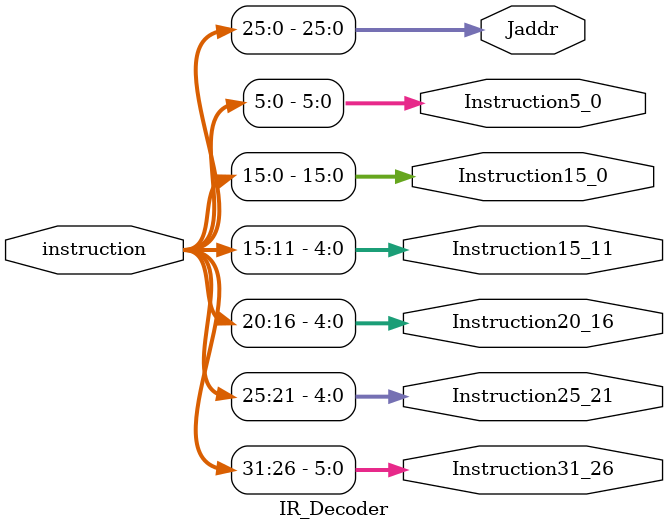
<source format=v>
`timescale 1ns / 1ps


module IR_Decoder(
input [31:0]instruction,
output  [5:0]Instruction31_26,
output  [4:0]Instruction25_21,
output [4:0]Instruction20_16,
output [4:0]Instruction15_11,
output  [15:0]Instruction15_0,
output [5:0]Instruction5_0,
output [25:0]Jaddr
    );
    assign Instruction31_26=instruction[31:26];
    assign Instruction25_21=instruction[25:21];
    assign Instruction20_16=instruction[20:16];
    assign Instruction15_11=instruction[15:11];
    assign Instruction15_0=instruction[15:0];
    assign Instruction5_0=instruction[5:0];
    assign Jaddr=instruction[25:0];
endmodule

</source>
